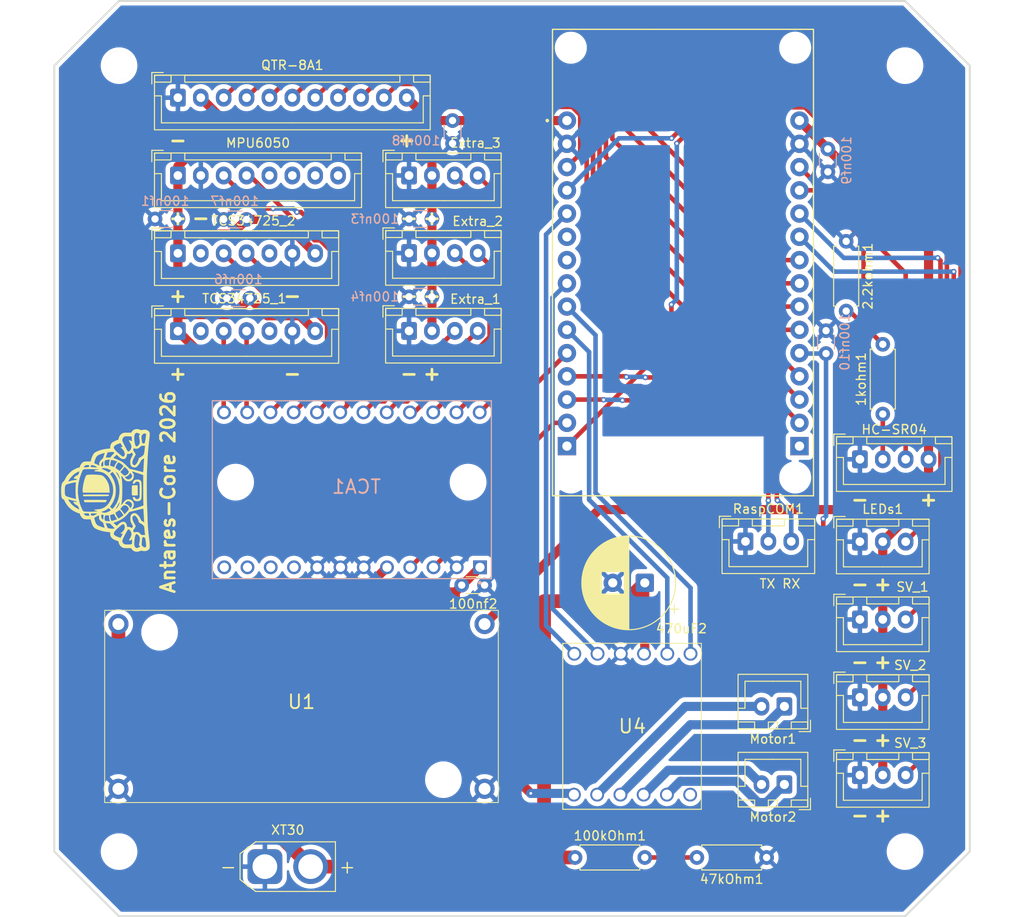
<source format=kicad_pcb>
(kicad_pcb (version 20241229) (generator "pcbnew") (generator_version "9.0")
  (layers (0 "F.Cu" signal) (2 "B.Cu" signal) (13 "F.Paste" user) (15 "B.Paste" user) (5 "F.SilkS" user "F.Silkscreen") (7 "B.SilkS" user "B.Silkscreen") (1 "F.Mask" user) (3 "B.Mask" user) (25 "Edge.Cuts" user))
  (net 0 "")
  (net 1 "/Echo5v")
  (net 2 "/Echo3.3v")
  (net 3 "GND")
  (net 4 "/BAT")
  (net 5 "/0+")
  (net 6 "/5V_LM")
  (net 7 "/Trig")
  (net 8 "/Motors/OUT1")
  (net 9 "/Motors/OUT2")
  (net 10 "/Motors/OUT4")
  (net 11 "/Motors/OUT3")
  (net 14 "/3.3v")
  (net 16 "/Multiplexers/SDA_IMU")
  (net 18 "/Multiplexers/SCL_IMU")
  (net 19 "/RX")
  (net 20 "/TX")
  (net 21 "/Multiplexers/SCL_S1")
  (net 23 "/SV_1")
  (net 24 "/SV_2")
  (net 26 "/IN4")
  (net 27 "/OUT2")
  (net 28 "/Multiplexers/SCL_S2")
  (net 29 "/IN3")
  (net 30 "/Multiplexers/SDA_S1")
  (net 32 "/OUT8")
  (net 33 "/Multiplexers/SDA_S2")
  (net 34 "/LED")
  (net 39 "/OUT1")
  (net 40 "/IN1")
  (net 41 "/IN2")
  (net 45 "/OUT4")
  (net 46 "/Multiplexers/SDA_5")
  (net 47 "/SDA")
  (net 48 "/OUT6")
  (net 49 "/Multiplexers/SCL_5")
  (net 50 "/Multiplexers/SCL_6")
  (net 51 "/OUT3")
  (net 52 "/Multiplexers/SDA_6")
  (net 55 "/OUT5")
  (net 56 "/OUT7")
  (net 57 "/Multiplexers/SCL_7")
  (net 58 "/Multiplexers/SDA_7")
  (net 59 "/SV_3")
  (net 60 "/SCL")
  (footprint "MountingHole:MountingHole_3.2mm_M3_ISO7380" (layer "F.Cu") (at 157.571068 53)
    (property "Reference" "REF**")
    (property "Value" "MountingHole_3.2mm_M3_ISO7380")
  )
  (footprint "Capacitor_THT:CP_Radial_D10.0mm_P3.50mm" (layer "F.Cu") (at 215 109.5 180)
    (property "Reference" "470uF2")
    (property "Value" "C_Polarized")
  )
  (footprint "Connector_JST:JST_XH_B2B-XH-A_1x02_P2.50mm_Vertical" (layer "F.Cu") (at 230.25 123 180)
    (property "Reference" "Motor1")
    (property "Value" "Conn_01x02_Socket")
  )
  (footprint "Connector_JST:JST_XH_B7B-XH-A_1x07_P2.50mm_Vertical" (layer "F.Cu") (at 164 82)
    (property "Reference" "TCS34725_1")
    (property "Value" "Conn_01x07_Socket")
  )
  (footprint "Connector_JST:JST_XH_B4B-XH-A_1x04_P2.50mm_Vertical" (layer "F.Cu") (at 189.25 81.975)
    (property "Reference" "Extra_1")
    (property "Value" "Conn_01x04_Socket")
  )
  (footprint "Connector_JST:JST_XH_B3B-XH-A_1x03_P2.50mm_Vertical" (layer "F.Cu") (at 238.5 113.5)
    (property "Reference" "SV_1")
    (property "Value" "Conn_01x03_Socket")
  )
  (footprint "Resistor_THT:R_Axial_DIN0207_L6.3mm_D2.5mm_P7.62mm_Horizontal" (layer "F.Cu") (at 228.31 139.5 180)
    (property "Reference" "47kOhm1")
    (property "Value" "R")
  )
  (footprint "MountingHole:MountingHole_3.2mm_M3_ISO7380" (layer "F.Cu") (at 243.428932 53)
    (property "Reference" "REF**")
    (property "Value" "MountingHole_3.2mm_M3_ISO7380")
  )
  (footprint "Connector_JST:JST_XH_B4B-XH-A_1x04_P2.50mm_Vertical" (layer "F.Cu") (at 189.25 73.475)
    (property "Reference" "Extra_2")
    (property "Value" "Conn_01x04_Socket")
  )
  (footprint "Connector_JST:JST_XH_B3B-XH-A_1x03_P2.50mm_Vertical" (layer "F.Cu") (at 226 104.975)
    (property "Reference" "RaspCOM1")
    (property "Value" "Conn_01x03_Socket")
  )
  (footprint "Connector_JST:JST_XH_B8B-XH-A_1x08_P2.50mm_Vertical" (layer "F.Cu") (at 164 65)
    (property "Reference" "MPU6050")
    (property "Value" "Conn_01x08_Socket")
  )
  (footprint "Footprints Personalizados:MODULE_ESP32_DEVKIT_V1" (layer "F.Cu") (at 219.2 74.515)
    (property "Reference" "U3" (hide yes))
    (property "Value" "ESP32-DEVKIT-V1")
  )
  (footprint "Connector_AMASS:AMASS_XT30U-M_1x02_P5.0mm_Vertical" (layer "F.Cu") (at 173.5 140.5)
    (property "Reference" "XT30")
    (property "Value" "Conn_01x02_Socket")
  )
  (footprint "Capacitor_THT:C_Disc_D3.0mm_W1.6mm_P2.50mm" (layer "F.Cu") (at 197.5 109.75 180)
    (property "Reference" "100nf2")
    (property "Value" "C")
  )
  (footprint "MountingHole:MountingHole_3.2mm_M3_ISO7380" (layer "F.Cu") (at 243.428932 138.857864)
    (property "Reference" "REF**")
    (property "Value" "MountingHole_3.2mm_M3_ISO7380")
  )
  (footprint "MountingHole:MountingHole_3.2mm_M3_ISO7380" (layer "F.Cu") (at 157.571068 138.857864)
    (property "Reference" "REF**")
    (property "Value" "MountingHole_3.2mm_M3_ISO7380")
  )
  (footprint "Footprints Personalizados:DRV8833" (layer "F.Cu") (at 213.07 123.835)
    (property "Reference" "U4")
    (property "Value" "DRV8833")
  )
  (footprint "Connector_JST:JST_XH_B4B-XH-A_1x04_P2.50mm_Vertical" (layer "F.Cu") (at 189.25 65)
    (property "Reference" "Extra_3")
    (property "Value" "Conn_01x04_Socket")
  )
  (footprint "Connector_JST:JST_XH_B7B-XH-A_1x07_P2.50mm_Vertical" (layer "F.Cu") (at 164 73.5)
    (property "Reference" "TCS34725_2")
    (property "Value" "Conn_01x07_Socket")
  )
  (footprint "Resistor_THT:R_Axial_DIN0207_L6.3mm_D2.5mm_P7.62mm_Horizontal" (layer "F.Cu") (at 207.38 139.5)
    (property "Reference" "100kOhm1")
    (property "Value" "R")
  )
  (footprint "Resistor_THT:R_Axial_DIN0207_L6.3mm_D2.5mm_P7.62mm_Horizontal" (layer "F.Cu") (at 241 91.06 90)
    (property "Reference" "1kohm1")
    (property "Value" "R")
  )
  (footprint "Resistor_THT:R_Axial_DIN0207_L6.3mm_D2.5mm_P7.62mm_Horizontal" (layer "F.Cu") (at 237 72.19 -90)
    (property "Reference" "2.2kohm1")
    (property "Value" "R")
  )
  (footprint "Footprints Personalizados:PCBIcon" (layer "F.Cu") (at 151.324593 99.499137 90)
    (property "Reference" "Astro")
    (property "Value" "LOGO" (hide yes))
  )
  (footprint "Connector_JST:JST_XH_B11B-XH-A_1x11_P2.50mm_Vertical" (layer "F.Cu") (at 164 56.5)
    (property "Reference" "QTR-8A1")
    (property "Value" "Conn_01x11_Socket")
  )
  (footprint "Connector_JST:JST_XH_B2B-XH-A_1x02_P2.50mm_Vertical" (layer "F.Cu") (at 230.25 131.525 180)
    (property "Reference" "Motor2")
    (property "Value" "Conn_01x02_Socket")
  )
  (footprint "Footprints Personalizados:Lm2596_ALT" (layer "F.Cu") (at 177.5 123)
    (property "Reference" "U1")
    (property "Value" "Lm2596 DC-DC Buck")
  )
  (footprint "Connector_JST:JST_XH_B3B-XH-A_1x03_P2.50mm_Vertical" (layer "F.Cu") (at 238.5 122)
    (property "Reference" "SV_2")
    (property "Value" "Conn_01x03_Socket")
  )
  (footprint "Connector_JST:JST_XH_B4B-XH-A_1x04_P2.50mm_Vertical" (layer "F.Cu") (at 238.5 96)
    (property "Reference" "HC-SR04")
    (property "Value" "Conn_01x04_Socket")
  )
  (footprint "Connector_JST:JST_XH_B3B-XH-A_1x03_P2.50mm_Vertical" (layer "F.Cu") (at 238.5 105)
    (property "Reference" "LEDs1")
    (property "Value" "Conn_01x03_Socket")
  )
  (footprint "Connector_JST:JST_XH_B3B-XH-A_1x03_P2.50mm_Vertical" (layer "F.Cu") (at 238.5 130.5)
    (property "Reference" "SV_3")
    (property "Value" "Conn_01x03_Socket")
  )
  (footprint "Capacitor_THT:C_Disc_D3.0mm_W1.6mm_P2.50mm" (layer "B.Cu") (at 194 59 -90)
    (property "Reference" "100nf8")
    (property "Value" "C")
  )
  (footprint "Capacitor_THT:C_Disc_D3.0mm_W1.6mm_P2.50mm" (layer "B.Cu") (at 191.75 78.25 180)
    (property "Reference" "100nf4")
    (property "Value" "C")
  )
  (footprint "Capacitor_THT:C_Disc_D3.0mm_W1.6mm_P2.50mm" (layer "B.Cu") (at 235 64.6 90)
    (property "Reference" "100nf9")
    (property "Value" "C")
  )
  (footprint "Capacitor_THT:C_Disc_D3.0mm_W1.6mm_P2.50mm" (layer "B.Cu") (at 234.8 84.45 90)
    (property "Reference" "100nf10")
    (property "Value" "C")
  )
  (footprint "Footprints Personalizados:TCA9548_ALT" (layer "B.Cu") (at 183 98.5 90)
    (property "Reference" "TCA1")
    (property "Value" "2717")
  )
  (footprint "Capacitor_THT:C_Disc_D3.0mm_W1.6mm_P2.50mm" (layer "B.Cu") (at 191.75 69.75 180)
    (property "Reference" "100nf3")
    (property "Value" "C")
  )
  (footprint "Capacitor_THT:C_Disc_D3.0mm_W1.6mm_P2.50mm" (layer "B.Cu") (at 164 69.75 180)
    (property "Reference" "100nf1")
    (property "Value" "C")
  )
  (footprint "Capacitor_THT:C_Disc_D3.0mm_W1.6mm_P2.50mm" (layer "B.Cu") (at 171.85 78.4 180)
    (property "Reference" "100nf6")
    (property "Value" "C")
  )
  (footprint "Capacitor_THT:C_Disc_D3.0mm_W1.6mm_P2.50mm" (layer "B.Cu") (at 169 69.8)
    (property "Reference" "100nf7")
    (property "Value" "C" (hide yes))
  )
  (gr_line (start 150.5 53) (end 150.5 138.857864) (stroke (width 0.2)) (layer "Edge.Cuts"))
  (gr_line (start 250.5 138.857864) (end 250.5 53) (stroke (width 0.2)) (layer "Edge.Cuts"))
  (gr_line (start 157.571068 145.928932) (end 243.428932 145.928932) (stroke (width 0.2)) (layer "Edge.Cuts"))
  (gr_line (start 243.428932 45.928932) (end 157.571068 45.928932) (stroke (width 0.2)) (layer "Edge.Cuts"))
  (gr_circle (center 243.428932 53) (end 244.928932 53) (stroke (width 0.2)) (fill no) (layer "Edge.Cuts"))
  (gr_line (start 150.5 138.857864) (end 157.571068 145.928932) (stroke (width 0.2)) (layer "Edge.Cuts"))
  (gr_line (start 243.428932 145.928932) (end 250.5 138.857864) (stroke (width 0.2)) (layer "Edge.Cuts"))
  (gr_line (start 250.5 53) (end 243.428932 45.928932) (stroke (width 0.2)) (layer "Edge.Cuts"))
  (gr_line (start 157.571068 45.928932) (end 150.5 53) (stroke (width 0.2)) (layer "Edge.Cuts"))
  (gr_circle (center 157.571068 53) (end 159.071068 53) (stroke (width 0.2)) (fill no) (layer "Edge.Cuts"))
  (gr_circle (center 157.571068 138.857864) (end 159.071068 138.857864) (stroke (width 0.2)) (fill no) (layer "Edge.Cuts"))
  (gr_circle (center 243.428932 138.857864) (end 244.928932 138.857864) (stroke (width 0.2)) (fill no) (layer "Edge.Cuts"))
  (gr_text "-" (at 238.5 119 0) (layer "F.SilkS") (effects (font (size 1.5 1.5) (thickness 0.3) (bold yes)) (justify bottom)))
  (gr_text "+" (at 191.75 70.5 0) (layer "F.SilkS") (effects (font (size 1.5 1.5) (thickness 0.3) (bold yes)) (justify bottom)))
  (gr_text "-" (at 176.5 79 0) (layer "F.SilkS") (effects (font (size 1.5 1.5) (thickness 0.3) (bold yes)) (justify bottom)))
  (gr_text "+" (at 246 101.25 0) (layer "F.SilkS") (effects (font (size 1.5 1.5) (thickness 0.3) (bold yes)) (justify bottom)))
  (gr_text "+" (at 191.75 87.5 0) (layer "F.SilkS") (effects (font (size 1.5 1.5) (thickness 0.3) (bold yes)) (justify bottom)))
  (gr_text "+" (at 164 70.5 0) (layer "F.SilkS") (effects (font (size 1.5 1.5) (thickness 0.3) (bold yes)) (justify bottom)))
  (gr_text "TX" (at 228.4 109.6 0) (layer "F.SilkS") (effects (font (size 1 1))))
  (gr_text "-" (at 189.25 79 0) (layer "F.SilkS") (effects (font (size 1.5 1.5) (thickness 0.3) (bold yes)) (justify bottom)))
  (gr_text "-" (at 238.5 110.5 0) (layer "F.SilkS") (effects (font (size 1.5 1.5) (thickness 0.3) (bold yes)) (justify bottom)))
  (gr_text "+" (at 191.75 79 0) (layer "F.SilkS") (effects (font (size 1.5 1.5) (thickness 0.3) (bold yes)) (justify bottom)))
  (gr_text "-" (at 166.5 70.5 0) (layer "F.SilkS") (effects (font (size 1.5 1.5) (thickness 0.3) (bold yes)) (justify bottom)))
  (gr_text "-" (at 189.25 87.5 0) (layer "F.SilkS") (effects (font (size 1.5 1.5) (thickness 0.3) (bold yes)) (justify bottom)))
  (gr_text "Antares-Core 2026" (at 163.8 110.8 90) (layer "F.SilkS") (effects (font (size 1.5 1.5) (thickness 0.3) (bold yes)) (justify left bottom)))
  (gr_text "+" (at 241 127.5 0) (layer "F.SilkS") (effects (font (size 1.5 1.5) (thickness 0.3) (bold yes)) (justify bottom)))
  (gr_text "-" (at 238.5 127.5 0) (layer "F.SilkS") (effects (font (size 1.5 1.5) (thickness 0.3) (bold yes)) (justify bottom)))
  (gr_text "+" (at 164 87.5 0) (layer "F.SilkS") (effects (font (size 1.5 1.5) (thickness 0.3) (bold yes)) (justify bottom)))
  (gr_text "-" (at 164 62 0) (layer "F.SilkS") (effects (font (size 1.5 1.5) (thickness 0.3) (bold yes)) (justify bottom)))
  (gr_text "+" (at 241 110.5 0) (layer "F.SilkS") (effects (font (size 1.5 1.5) (thickness 0.3) (bold yes)) (justify bottom)))
  (gr_text "-" (at 176.5 87.5 0) (layer "F.SilkS") (effects (font (size 1.5 1.5) (thickness 0.3) (bold yes)) (justify bottom)))
  (gr_text "-" (at 238.5 135.75 0) (layer "F.SilkS") (effects (font (size 1.5 1.5) (thickness 0.3) (bold yes)) (justify bottom)))
  (gr_text "-" (at 189.25 70.5 0) (layer "F.SilkS") (effects (font (size 1.5 1.5) (thickness 0.3) (bold yes)) (justify bottom)))
  (gr_text "+" (at 189 62 0) (layer "F.SilkS") (effects (font (size 1.5 1.5) (thickness 0.3) (bold yes)) (justify bottom)))
  (gr_text "+" (at 241 119 0) (layer "F.SilkS") (effects (font (size 1.5 1.5) (thickness 0.3) (bold yes)) (justify bottom)))
  (gr_text "-" (at 238.5 101.25 0) (layer "F.SilkS") (effects (font (size 1.5 1.5) (thickness 0.3) (bold yes)) (justify bottom)))
  (gr_text "RX" (at 231 109.6 0) (layer "F.SilkS") (effects (font (size 1 1))))
  (gr_text "+" (at 164 79 0) (layer "F.SilkS") (effects (font (size 1.5 1.5) (thickness 0.3) (bold yes)) (justify bottom)))
  (gr_text "+" (at 241 135.75 0) (layer "F.SilkS") (effects (font (size 1.5 1.5) (thickness 0.3) (bold yes)) (justify bottom)))
  (segment (start 241 91.81) (end 241 96) (width 0.5) (layer "F.Cu") (net 1))
  (segment (start 233.448636 66.62) (end 231.9 66.62) (width 0.5) (layer "F.Cu") (net 2))
  (segment (start 238.905 72.076364) (end 233.448636 66.62) (width 0.5) (layer "F.Cu") (net 2))
  (segment (start 238.905 81.345) (end 237.37 79.81) (width 0.5) (layer "F.Cu") (net 2))
  (segment (start 238.905 72.076364) (end 238.905 81.345) (width 0.5) (layer "F.Cu") (net 2))
  (segment (start 241 83.44) (end 238.905 81.345) (width 0.5) (layer "F.Cu") (net 2))
  (segment (start 237 80.19) (end 237 79.81) (width 0.5) (layer "F.Cu") (net 2))
  (segment (start 237.37 79.81) (end 237 79.81) (width 0.5) (layer "F.Cu") (net 2))
  (segment (start 218 139.5) (end 220.69 139.5) (width 0.5) (layer "F.Cu") (net 4))
  (segment (start 218 139) (end 221.5 135.5) (width 0.5) (layer "F.Cu") (net 4))
  (segment (start 231.5 135.5) (end 234.5 132.5) (width 0.5) (layer "F.Cu") (net 4))
  (segment (start 221.5 135.5) (end 231.5 135.5) (width 0.5) (layer "F.Cu") (net 4))
  (segment (start 234.5 132.5) (end 234.5 102.5) (width 0.5) (layer "F.Cu") (net 4))
  (segment (start 215 139.5) (end 218 139.5) (width 0.5) (layer "F.Cu") (net 4))
  (segment (start 218 139.5) (end 218 139) (width 0.5) (layer "F.Cu") (net 4))
  (via (at 234.5 102.5) (size 0.6) (drill 0.3) (layers "F.Cu" "B.Cu") (net 4))
  (segment (start 234.5 102.5) (end 234.8 102.2) (width 0.5) (layer "B.Cu") (net 4))
  (segment (start 234.8 84.45) (end 231.95 84.45) (width 0.5) (layer "B.Cu") (net 4))
  (segment (start 234.8 102.2) (end 234.8 84.45) (width 0.5) (layer "B.Cu") (net 4))
  (segment (start 231.95 84.45) (end 231.9 84.4) (width 0.5) (layer "B.Cu") (net 4))
  (segment (start 202 139.5) (end 207.38 139.5) (width 1.5) (layer "F.Cu") (net 5))
  (segment (start 204 137.5) (end 201 140.5) (width 1.5) (layer "F.Cu") (net 5))
  (segment (start 201 140.5) (end 202 139.5) (width 1.5) (layer "F.Cu") (net 5))
  (segment (start 204 111.5) (end 213 111.5) (width 1.5) (layer "F.Cu") (net 5))
  (segment (start 204 111.5) (end 204 137.5) (width 1.5) (layer "F.Cu") (net 5))
  (segment (start 157.5 119.5) (end 157.5 114) (width 1.5) (layer "F.Cu") (net 5))
  (segment (start 213 111.5) (end 215 109.5) (width 1.5) (layer "F.Cu") (net 5))
  (segment (start 214.92 109.58) (end 215 109.5) (width 1) (layer "F.Cu") (net 5))
  (segment (start 215 117.165) (end 214.92 117.245) (width 1) (layer "F.Cu") (net 5))
  (segment (start 215 109.5) (end 215 115) (width 1) (layer "F.Cu") (net 5))
  (segment (start 178.5 140.5) (end 201 140.5) (width 1.5) (layer "F.Cu") (net 5))
  (segment (start 178.5 140.5) (end 157.5 119.5) (width 1.5) (layer "F.Cu") (net 5))
  (segment (start 215 115) (end 215 117.165) (width 1) (layer "F.Cu") (net 5))
  (segment (start 246 100) (end 244.5 101.5) (width 1) (layer "F.Cu") (net 6))
  (segment (start 246 73.1) (end 231.9 59) (width 1) (layer "F.Cu") (net 6))
  (segment (start 246 96) (end 246 100) (width 1) (layer "F.Cu") (net 6))
  (segment (start 246 96) (end 246 73.1) (width 1) (layer "F.Cu") (net 6))
  (segment (start 241 105) (end 241 113.5) (width 1) (layer "F.Cu") (net 6))
  (segment (start 246 100) (end 241 105) (width 1) (layer "F.Cu") (net 6))
  (segment (start 241 113.5) (end 241 122) (width 1) (layer "F.Cu") (net 6))
  (segment (start 197.5 114) (end 210 101.5) (width 1) (layer "F.Cu") (net 6))
  (segment (start 241 122) (end 241 130.5) (width 1) (layer "F.Cu") (net 6))
  (segment (start 244.5 101.5) (end 210 101.5) (width 1) (layer "F.Cu") (net 6))
  (segment (start 243.5 75.68) (end 231.9 64.08) (width 0.5) (layer "F.Cu") (net 7))
  (segment (start 243.5 96) (end 243.5 75.68) (width 0.5) (layer "F.Cu") (net 7))
  (segment (start 209.8 132.635) (end 219.435 123) (width 1) (layer "B.Cu") (net 8))
  (segment (start 219.435 123) (end 227.75 123) (width 1) (layer "B.Cu") (net 8))
  (segment (start 228.25 125) (end 219.975 125) (width 1) (layer "B.Cu") (net 9))
  (segment (start 219.975 125) (end 212.34 132.635) (width 1) (layer "B.Cu") (net 9))
  (segment (start 230.25 123) (end 228.25 125) (width 1) (layer "B.Cu") (net 9))
  (segment (start 217.42 132.635) (end 218.875 131.18) (width 1) (layer "B.Cu") (net 10))
  (segment (start 225.061555 131.18) (end 227.381555 133.5) (width 1) (layer "B.Cu") (net 10))
  (segment (start 218.875 131.18) (end 225.061555 131.18) (width 1) (layer "B.Cu") (net 10))
  (segment (start 228.275 133.5) (end 230.25 131.525) (width 1) (layer "B.Cu") (net 10))
  (segment (start 227.381555 133.5) (end 228.275 133.5) (width 1) (layer "B.Cu") (net 10))
  (segment (start 226.204001 129.979001) (end 227.75 131.525) (width 1) (layer "B.Cu") (net 11))
  (segment (start 217.535999 129.979001) (end 226.204001 129.979001) (width 1) (layer "B.Cu") (net 11))
  (segment (start 214.88 132.635) (end 217.535999 129.979001) (width 1) (layer "B.Cu") (net 11))
  (segment (start 169 110.5) (end 184.14 110.5) (width 1) (layer "F.Cu") (net 14))
  (segment (start 171.5 69.8) (end 169.9 71.4) (width 1) (layer "F.Cu") (net 14))
  (segment (start 177.324 80.324) (end 173.774 80.324) (width 1) (layer "F.Cu") (net 14))
  (segment (start 194.3 110.5) (end 194.3 124.251) (width 1) (layer "F.Cu") (net 14))
  (segment (start 169 59) (end 166.5 56.5) (width 1) (layer "F.Cu") (net 14))
  (segment (start 164 64) (end 164 65) (width 1) (layer "F.Cu") (net 14))
  (segment (start 175.3 69.8) (end 179 73.5) (width 1) (layer "F.Cu") (net 14))
  (segment (start 206.5 59) (end 191.5 59) (width 1) (layer "F.Cu") (net 14))
  (segment (start 191.5 59) (end 189 56.5) (width 1) (layer "F.Cu") (net 14))
  (segment (start 164 72.5) (end 164 71) (width 1) (layer "F.Cu") (net 14))
  (segment (start 170.05 80.2) (end 164.2 80.2) (width 1) (layer "F.Cu") (net 14))
  (segment (start 166.5 84.5) (end 166.5 108) (width 1) (layer "F.Cu") (net 14))
  (segment (start 191 59) (end 169 59) (width 1) (layer "F.Cu") (net 14))
  (segment (start 194.3 110.5) (end 197 107.8) (width 1) (layer "F.Cu") (net 14))
  (segment (start 164 80.4) (end 164 73.5) (width 1) (layer "F.Cu") (net 14))
  (segment (start 179 82) (end 177.324 80.324) (width 1) (layer "F.Cu") (net 14))
  (segment (start 191.75 73.475) (end 191.75 65) (width 1) (layer "F.Cu") (net 14))
  (segment (start 171.85 78.4) (end 170.05 80.2) (width 1) (layer "F.Cu") (net 14))
  (segment (start 169 110.5) (end 166.5 108) (width 1) (layer "F.Cu") (net 14))
  (segment (start 191.75 59.75) (end 191 59) (width 1) (layer "F.Cu") (net 14))
  (segment (start 194.3 124.251) (end 202.549 132.5) (width 1) (layer "F.Cu") (net 14))
  (segment (start 184.14 110.5) (end 194.3 110.5) (width 1) (layer "F.Cu") (net 14))
  (segment (start 173.774 80.324) (end 171.85 78.4) (width 1) (layer "F.Cu") (net 14))
  (segment (start 169.9 71.4) (end 164.4 71.4) (width 1) (layer "F.Cu") (net 14))
  (segment (start 164 71) (end 164 65) (width 1) (layer "F.Cu") (net 14))
  (segment (start 191.5 59) (end 191 59) (width 1) (layer "F.Cu") (net 14))
  (segment (start 191.75 81.975) (end 191.75 73.475) (width 1) (layer "F.Cu") (net 14))
  (segment (start 164 82) (end 164 80.4) (width 1) (layer "F.Cu") (net 14))
  (segment (start 164 73.5) (end 164 72.5) (width 1) (layer "F.Cu") (net 14))
  (segment (start 191.75 65) (end 191.75 59.75) (width 1) (layer "F.Cu") (net 14))
  (segment (start 171.5 69.8) (end 175.3 69.8) (width 1) (layer "F.Cu") (net 14))
  (segment (start 164.2 80.2) (end 164 80.4) (width 1) (layer "F.Cu") (net 14))
  (segment (start 169 59) (end 164 64) (width 1) (layer "F.Cu") (net 14))
  (segment (start 164 82) (end 166.5 84.5) (width 1) (layer "F.Cu") (net 14))
  (segment (start 164.4 71.4) (end 164 71) (width 1) (layer "F.Cu") (net 14))
  (segment (start 184.14 110.5) (end 186.84 107.8) (width 1) (layer "F.Cu") (net 14))
  (segment (start 191.5 73.225) (end 191.75 73.475) (width 1) (layer "F.Cu") (net 14))
  (via (at 202.549 132.5) (size 0.6) (drill 0.3) (layers "F.Cu" "B.Cu") (net 14))
  (segment (start 207.125 132.5) (end 207.26 132.635) (width 1) (layer "B.Cu") (net 14))
  (segment (start 202.549 132.5) (end 207.125 132.5) (width 1) (layer "B.Cu") (net 14))
  (segment (start 181.703 88.367) (end 179.19 90.88) (width 0.5) (layer "F.Cu") (net 16))
  (segment (start 178.918918 72.074) (end 179.538892 72.074) (width 0.5) (layer "F.Cu") (net 16))
  (segment (start 171.5 65) (end 171.844918 65) (width 0.5) (layer "F.Cu") (net 16))
  (segment (start 179.538892 72.074) (end 181.703 74.238108) (width 0.5) (layer "F.Cu") (net 16))
  (segment (start 171.844918 65) (end 178.918918 72.074) (width 0.5) (layer "F.Cu") (net 16))
  (segment (start 181.703 74.238108) (end 181.703 88.367) (width 0.5) (layer "F.Cu") (net 16))
  (segment (start 181.73 90.88) (end 182.484 90.126) (width 0.5) (layer "F.Cu") (net 18))
  (segment (start 172.607872 68.607872) (end 174.392128 68.607872) (width 0.5) (layer "F.Cu") (net 18))
  (segment (start 177.456256 69) (end 177 69) (width 0.5) (layer "F.Cu") (net 18))
  (segment (start 182.484 90.126) (end 182.484 74.027744) (width 0.5) (layer "F.Cu") (net 18))
  (segment (start 169 65) (end 172.607872 68.607872) (width 0.5) (layer "F.Cu") (net 18))
  (segment (start 182.484 74.027744) (end 177.456256 69) (width 0.5) (layer "F.Cu") (net 18))
  (via (at 177 69) (size 0.6) (drill 0.3) (layers "F.Cu" "B.Cu") (net 18))
  (via (at 174.392128 68.607872) (size 0.6) (drill 0.3) (layers "F.Cu" "B.Cu") (net 18))
  (segment (start 174.392128 68.607872) (end 176.607872 68.607872) (width 0.5) (layer "B.Cu") (net 18))
  (segment (start 176.607872 68.607872) (end 177 69) (width 0.5) (layer "B.Cu") (net 18))
  (segment (start 224.060331 87.060331) (end 229.429 92.429) (width 0.5) (layer "F.Cu") (net 19))
  (segment (start 229.429 100.429) (end 229.5 100.5) (width 0.5) (layer "F.Cu") (net 19))
  (segment (start 212.94 86.94) (end 212.999669 86.999669) (width 0.5) (layer "F.Cu") (net 19))
  (segment (start 229.429 92.429) (end 229.429 100.429) (width 0.5) (layer "F.Cu") (net 19))
  (segment (start 206.5 86.94) (end 212.94 86.94) (width 0.5) (layer "F.Cu") (net 19))
  (segment (start 215.060331 87.060331) (end 224.060331 87.060331) (width 0.5) (layer "F.Cu") (net 19))
  (via (at 212.999669 86.999669) (size 0.6) (drill 0.3) (layers "F.Cu" "B.Cu") (net 19))
  (via (at 229.5 100.5) (size 0.6) (drill 0.3) (layers "F.Cu" "B.Cu") (net 19))
  (via (at 215.060331 87.060331) (size 0.6) (drill 0.3) (layers "F.Cu" "B.Cu") (net 19))
  (segment (start 231 102) (end 231 104.975) (width 0.5) (layer "B.Cu") (net 19))
  (segment (start 212.999669 86.999669) (end 214.999669 86.999669) (width 0.5) (layer "B.Cu") (net 19))
  (segment (start 214.999669 86.999669) (end 215.060331 87.060331) (width 0.5) (layer "B.Cu") (net 19))
  (segment (start 229.5 100.5) (end 231 102) (width 0.5) (layer "B.Cu") (net 19))
  (segment (start 228.5 93.665032) (end 228.5 100.5) (width 0.5) (layer "F.Cu") (net 20))
  (segment (start 224.395299 89.560331) (end 228.5 93.665032) (width 0.5) (layer "F.Cu") (net 20))
  (segment (start 206.5 89.48) (end 210.48 89.48) (width 0.5) (layer "F.Cu") (net 20))
  (segment (start 210.48 89.48) (end 210.499669 89.499669) (width 0.5) (layer "F.Cu") (net 20))
  (segment (start 212.560331 89.560331) (end 224.395299 89.560331) (width 0.5) (layer "F.Cu") (net 20))
  (via (at 228.5 100.5) (size 0.6) (drill 0.3) (layers "F.Cu" "B.Cu") (net 20))
  (via (at 212.560331 89.560331) (size 0.6) (drill 0.3) (layers "F.Cu" "B.Cu") (net 20))
  (via (at 210.499669 89.499669) (size 0.6) (drill 0.3) (layers "F.Cu" "B.Cu") (net 20))
  (segment (start 210.499669 89.499669) (end 212.499669 89.499669) (width 0.5) (layer "B.Cu") (net 20))
  (segment (start 228.5 100.5) (end 228.5 104.975) (width 0.5) (layer "B.Cu") (net 20))
  (segment (start 212.499669 89.499669) (end 212.560331 89.560331) (width 0.5) (layer "B.Cu") (net 20))
  (segment (start 171.5 82) (end 171.5 90.81) (width 0.5) (layer "F.Cu") (net 21))
  (segment (start 171.5 90.81) (end 171.57 90.88) (width 0.5) (layer "F.Cu") (net 21))
  (segment (start 248.002 73.049976) (end 232.501024 57.549) (width 0.5) (layer "F.Cu") (net 23))
  (segment (start 222.451 57.549) (end 218.5 61.5) (width 0.5) (layer "F.Cu") (net 23))
  (segment (start 243.5 113.5) (end 248.002 108.998) (width 0.5) (layer "F.Cu") (net 23))
  (segment (start 217.909669 79.090331) (end 217.909669 83.150331) (width 0.5) (layer "F.Cu") (net 23))
  (segment (start 217.909669 83.150331) (end 206.5 94.56) (width 0.5) (layer "F.Cu") (net 23))
  (segment (start 232.501024 57.549) (end 222.451 57.549) (width 0.5) (layer "F.Cu") (net 23))
  (segment (start 248.002 108.998) (end 248.002 73.049976) (width 0.5) (layer "F.Cu") (net 23))
  (via (at 217.909669 79.090331) (size 0.6) (drill 0.3) (layers "F.Cu" "B.Cu") (net 23))
  (via (at 218.5 61.5) (size 0.6) (drill 0.3) (layers "F.Cu" "B.Cu") (net 23))
  (segment (start 218.5 78.5) (end 217.909669 79.090331) (width 0.5) (layer "B.Cu") (net 23))
  (segment (start 218.5 61.5) (end 218.5 78.5) (width 0.5) (layer "B.Cu") (net 23))
  (segment (start 243.5 122) (end 248.752 116.748) (width 0.5) (layer "F.Cu") (net 24))
  (segment (start 248.752 116.748) (end 248.752 75.5) (width 0.5) (layer "F.Cu") (net 24))
  (via (at 248.752 75.5) (size 0.6) (drill 0.3) (layers "F.Cu" "B.Cu") (net 24))
  (segment (start 248.752 75.5) (end 235.7 75.5) (width 0.5) (layer "B.Cu") (net 24))
  (segment (start 235.7 75.5) (end 231.9 71.7) (width 0.5) (layer "B.Cu") (net 24))
  (segment (start 220 110.054968) (end 209.622 99.676968) (width 0.5) (layer "B.Cu") (net 26))
  (segment (start 220 117.245) (end 220 110.054968) (width 0.5) (layer "B.Cu") (net 26))
  (segment (start 209.622 82.442) (end 206.5 79.32) (width 0.5) (layer "B.Cu") (net 26))
  (segment (start 209.622 99.676968) (end 209.622 82.442) (width 0.5) (layer "B.Cu") (net 26))
  (segment (start 231.9 76.78) (end 229.78 76.78) (width 0.5) (layer "F.Cu") (net 27))
  (segment (start 177.206 50.794) (end 171.5 56.5) (width 0.5) (layer "F.Cu") (net 27))
  (segment (start 196.5 53.196) (end 194.098 50.794) (width 0.5) (layer "F.Cu") (net 27))
  (segment (start 194.098 50.794) (end 177.206 50.794) (width 0.5) (layer "F.Cu") (net 27))
  (segment (start 212.157 59.157) (end 212.157 56.656792) (width 0.5) (layer "F.Cu") (net 27))
  (segment (start 212.157 56.656792) (end 208.696208 53.196) (width 0.5) (layer "F.Cu") (net 27))
  (segment (start 208.696208 53.196) (end 196.5 53.196) (width 0.5) (layer "F.Cu") (net 27))
  (segment (start 229.78 76.78) (end 212.157 59.157) (width 0.5) (layer "F.Cu") (net 27))
  (segment (start 181.002 81.045744) (end 181.002 86.528) (width 0.5) (layer "F.Cu") (net 28))
  (segment (start 178.628256 78.628256) (end 178.628256 78.672) (width 0.5) (layer "F.Cu") (net 28))
  (segment (start 175.25 77.25) (end 177.25 77.25) (width 0.5) (layer "F.Cu") (net 28))
  (segment (start 177.25 77.25) (end 178.628256 78.628256) (width 0.5) (layer "F.Cu") (net 28))
  (segment (start 181.002 86.528) (end 176.65 90.88) (width 0.5) (layer "F.Cu") (net 28))
  (segment (start 178.628256 78.672) (end 181.002 81.045744) (width 0.5) (layer "F.Cu") (net 28))
  (segment (start 171.5 73.5) (end 175.25 77.25) (width 0.5) (layer "F.Cu") (net 28))
  (segment (start 208.921 100.421) (end 208.921 84.281) (width 0.5) (layer "B.Cu") (net 29))
  (segment (start 217.46 117.245) (end 217.46 108.96) (width 0.5) (layer "B.Cu") (net 29))
  (segment (start 217.46 108.96) (end 208.921 100.421) (width 0.5) (layer "B.Cu") (net 29))
  (segment (start 208.921 84.281) (end 206.5 81.86) (width 0.5) (layer "B.Cu") (net 29))
  (segment (start 169 90.85) (end 169.03 90.88) (width 0.5) (layer "F.Cu") (net 30))
  (segment (start 169 82) (end 169 90.85) (width 0.5) (layer "F.Cu") (net 30))
  (segment (start 207.951 58.398976) (end 207.951 62.629) (width 0.5) (layer "F.Cu") (net 32))
  (segment (start 186.5 56.5) (end 188 55) (width 0.5) (layer "F.Cu") (net 32))
  (segment (start 193 57.5) (end 207.052024 57.5) (width 0.5) (layer "F.Cu") (net 32))
  (segment (start 190.5 55) (end 193 57.5) (width 0.5) (layer "F.Cu") (net 32))
  (segment (start 188 55) (end 190.5 55) (width 0.5) (layer "F.Cu") (net 32))
  (segment (start 207.052024 57.5) (end 207.951 58.398976) (width 0.5) (layer "F.Cu") (net 32))
  (segment (start 207.951 62.629) (end 206.5 64.08) (width 0.5) (layer "F.Cu") (net 32))
  (segment (start 169 73.5) (end 173.5 78) (width 0.5) (layer "F.Cu") (net 33))
  (segment (start 173.5 78) (end 176.964892 78) (width 0.5) (layer "F.Cu") (net 33))
  (segment (start 180.301 81.336108) (end 180.301 84.689) (width 0.5) (layer "F.Cu") (net 33))
  (segment (start 176.964892 78) (end 180.301 81.336108) (width 0.5) (layer "F.Cu") (net 33))
  (segment (start 180.301 84.689) (end 174.11 90.88) (width 0.5) (layer "F.Cu") (net 33))
  (segment (start 243.5 105) (end 247.301 101.199) (width 0.5) (layer "F.Cu") (net 34))
  (segment (start 247.301 74.301) (end 247 74) (width 0.5) (layer "F.Cu") (net 34))
  (segment (start 247.301 101.199) (end 247.301 74.301) (width 0.5) (layer "F.Cu") (net 34))
  (via (at 247 74) (size 0.6) (drill 0.3) (layers "F.Cu" "B.Cu") (net 34))
  (segment (start 247 74) (end 236.74 74) (width 0.5) (layer "B.Cu") (net 34))
  (segment (start 236.74 74) (end 231.9 69.16) (width 0.5) (layer "B.Cu") (net 34))
  (segment (start 176.461 49.039) (end 207.748841 49.039) (width 0.5) (layer "F.Cu") (net 39))
  (segment (start 207.748841 49.039) (end 213.5 54.790159) (width 0.5) (layer "F.Cu") (net 39))
  (segment (start 213.5 54.790159) (end 213.5 58) (width 0.5) (layer "F.Cu") (net 39))
  (segment (start 231.9 74.24) (end 229.74 74.24) (width 0.5) (layer "F.Cu") (net 39))
  (segment (start 169 56.5) (end 176.461 49.039) (width 0.5) (layer "F.Cu") (net 39))
  (segment (start 229.74 74.24) (end 213.5 58) (width 0.5) (layer "F.Cu") (net 39))
  (segment (start 204.218 71.442) (end 206.5 69.16) (width 0.5) (layer "B.Cu") (net 40))
  (segment (start 207.3 117.245) (end 204.218 114.163) (width 0.5) (layer "B.Cu") (net 40))
  (segment (start 204.218 114.163) (end 204.218 71.442) (width 0.5) (layer "B.Cu") (net 40))
  (segment (start 209.84 117.245) (end 204.919 112.324) (width 0.5) (layer "B.Cu") (net 41))
  (segment (start 204.919 112.324) (end 204.919 78.361) (width 0.5) (layer "B.Cu") (net 41))
  (segment (start 204.919 78.361) (end 206.5 76.78) (width 0.5) (layer "B.Cu") (net 41))
  (segment (start 210.755 63) (end 210.755 57.23752) (width 0.5) (layer "F.Cu") (net 45))
  (segment (start 195 54.598) (end 192.598 52.196) (width 0.5) (layer "F.Cu") (net 45))
  (segment (start 231.9 81.86) (end 229.615 81.86) (width 0.5) (layer "F.Cu") (net 45))
  (segment (start 208.11548 54.598) (end 195 54.598) (width 0.5) (layer "F.Cu") (net 45))
  (segment (start 210.755 57.23752) (end 208.11548 54.598) (width 0.5) (layer "F.Cu") (net 45))
  (segment (start 192.598 52.196) (end 180.804 52.196) (width 0.5) (layer "F.Cu") (net 45))
  (segment (start 229.615 81.86) (end 210.755 63) (width 0.5) (layer "F.Cu") (net 45))
  (segment (start 180.804 52.196) (end 176.5 56.5) (width 0.5) (layer "F.Cu") (net 45))
  (segment (start 186.55 89.675) (end 194.25 81.975) (width 0.5) (layer "F.Cu") (net 46))
  (segment (start 184.27 90.88) (end 185.475 89.675) (width 0.5) (layer "F.Cu") (net 46))
  (segment (start 185.475 89.675) (end 186.55 89.675) (width 0.5) (layer "F.Cu") (net 46))
  (segment (start 197 104.201) (end 199.701 101.5) (width 0.5) (layer "F.Cu") (net 47))
  (segment (start 206.138 92.02) (end 206.5 92.02) (width 0.5) (layer "F.Cu") (net 47))
  (segment (start 199.701 97.404787) (end 199.701 101.5) (width 0.5) (layer "F.Cu") (net 47))
  (segment (start 197 104.201) (end 195.519 104.201) (width 0.5) (layer "F.Cu") (net 47))
  (segment (start 205.085787 92.02) (end 199.701 97.404787) (width 0.5) (layer "F.Cu") (net 47))
  (segment (start 206.5 92.02) (end 205.085787 92.02) (width 0.5) (layer "F.Cu") (net 47))
  (segment (start 195.519 104.201) (end 191.92 107.8) (width 0.5) (layer "F.Cu") (net 47))
  (segment (start 209.353 57.818248) (end 207.534752 56) (width 0.5) (layer "F.Cu") (net 48))
  (segment (start 207.534752 56) (end 194.098 56) (width 0.5) (layer "F.Cu") (net 48))
  (segment (start 194.098 56) (end 194 56.098) (width 0.5) (layer "F.Cu") (net 48))
  (segment (start 194 56.098) (end 191.5 53.598) (width 0.5) (layer "F.Cu") (net 48))
  (segment (start 191.5 53.598) (end 184.402 53.598) (width 0.5) (layer "F.Cu") (net 48))
  (segment (start 231.9 89.48) (end 209.353 66.933) (width 0.5) (layer "F.Cu") (net 48))
  (segment (start 209.353 66.933) (end 209.353 57.818248) (width 0.5) (layer "F.Cu") (net 48))
  (segment (start 184.402 53.598) (end 181.5 56.5) (width 0.5) (layer "F.Cu") (net 48))
  (segment (start 186.81 90.88) (end 188.015 89.675) (width 0.5) (layer "F.Cu") (net 49))
  (segment (start 189.05 89.675) (end 196.75 81.975) (width 0.5) (layer "F.Cu") (net 49))
  (segment (start 188.015 89.675) (end 189.05 89.675) (width 0.5) (layer "F.Cu") (net 49))
  (segment (start 198.752 75.477) (end 196.75 73.475) (width 0.5) (layer "F.Cu") (net 50))
  (segment (start 198.752 84.018) (end 198.752 75.477) (width 0.5) (layer "F.Cu") (net 50))
  (segment (start 191.89 90.88) (end 198.752 84.018) (width 0.5) (layer "F.Cu") (net 50))
  (segment (start 229.776 79.32) (end 211.456 61) (width 0.5) (layer "F.Cu") (net 51))
  (segment (start 211.456 56.947156) (end 208.405844 53.897) (width 0.5) (layer "F.Cu") (net 51))
  (segment (start 208.405844 53.897) (end 195.5 53.897) (width 0.5) (layer "F.Cu") (net 51))
  (segment (start 195.5 53.897) (end 193.098 51.495) (width 0.5) (layer "F.Cu") (net 51))
  (segment (start 211.456 61) (end 211.456 56.947156) (width 0.5) (layer "F.Cu") (net 51))
  (segment (start 193.098 51.495) (end 179.005 51.495) (width 0.5) (layer "F.Cu") (net 51))
  (segment (start 231.9 79.32) (end 229.776 79.32) (width 0.5) (layer "F.Cu") (net 51))
  (segment (start 179.005 51.495) (end 174 56.5) (width 0.5) (layer "F.Cu") (net 51))
  (segment (start 198.051 82.638892) (end 198.051 77.276) (width 0.5) (layer "F.Cu") (net 52))
  (segment (start 189.35 90.88) (end 189.809892 90.88) (width 0.5) (layer "F.Cu") (net 52))
  (segment (start 189.809892 90.88) (end 198.051 82.638892) (width 0.5) (layer "F.Cu") (net 52))
  (segment (start 198.051 77.276) (end 194.25 73.475) (width 0.5) (layer "F.Cu") (net 52))
  (segment (start 207.825116 55.299) (end 194.5 55.299) (width 0.5) (layer "F.Cu") (net 55))
  (segment (start 182.603 52.897) (end 179 56.5) (width 0.5) (layer "F.Cu") (net 55))
  (segment (start 210.054 65.094) (end 210.054 57.527884) (width 0.5) (layer "F.Cu") (net 55))
  (segment (start 231.9 86.94) (end 210.054 65.094) (width 0.5) (layer "F.Cu") (net 55))
  (segment (start 210.054 57.527884) (end 207.825116 55.299) (width 0.5) (layer "F.Cu") (net 55))
  (segment (start 194.5 55.299) (end 192.098 52.897) (width 0.5) (layer "F.Cu") (net 55))
  (segment (start 192.098 52.897) (end 182.603 52.897) (width 0.5) (layer "F.Cu") (net 55))
  (segment (start 186.201 54.299) (end 184 56.5) (width 0.5) (layer "F.Cu") (net 56))
  (segment (start 193.5 56.799) (end 191 54.299) (width 0.5) (layer "F.Cu") (net 56))
  (segment (start 208.652 68.772) (end 208.652 58.108612) (width 0.5) (layer "F.Cu") (net 56))
  (segment (start 208.652 58.108612) (end 207.342388 56.799) (width 0.5) (layer "F.Cu") (net 56))
  (segment (start 231.9 92.02) (end 208.652 68.772) (width 0.5) (layer "F.Cu") (net 56))
  (segment (start 207.342388 56.799) (end 193.5 56.799) (width 0.5) (layer "F.Cu") (net 56))
  (segment (start 191 54.299) (end 186.201 54.299) (width 0.5) (layer "F.Cu") (net 56))
  (segment (start 200.154 68.404) (end 196.75 65) (width 0.5) (layer "F.Cu") (net 57))
  (segment (start 196.97 90.88) (end 200.154 87.696) (width 0.5) (layer "F.Cu") (net 57))
  (segment (start 200.154 87.696) (end 200.154 68.404) (width 0.5) (layer "F.Cu") (net 57))
  (segment (start 199.453 70.203) (end 194.25 65) (width 0.5) (layer "F.Cu") (net 58))
  (segment (start 194.43 90.88) (end 199.453 85.857) (width 0.5) (layer "F.Cu") (net 58))
  (segment (start 199.453 85.857) (end 199.453 70.203) (width 0.5) (layer "F.Cu") (net 58))
  (segment (start 232.791388 56.848) (end 222.020626 56.848) (width 0.5) (layer "F.Cu") (net 59))
  (segment (start 249.503 124.497) (end 249.503 73.559612) (width 0.5) (layer "F.Cu") (net 59))
  (segment (start 243.5 130.5) (end 249.503 124.497) (width 0.5) (layer "F.Cu") (net 59))
  (segment (start 249.503 73.559612) (end 232.791388 56.848) (width 0.5) (layer "F.Cu") (net 59))
  (segment (start 222.020626 56.848) (end 217.934313 60.934313) (width 0.5) (layer "F.Cu") (net 59))
  (via (at 217.934313 60.934313) (size 0.6) (drill 0.3) (layers "F.Cu" "B.Cu") (net 59))
  (segment (start 217.934313 60.934313) (end 212.185687 60.934313) (width 0.5) (layer "B.Cu") (net 59))
  (segment (start 212.185687 60.934313) (end 206.5 66.62) (width 0.5) (layer "B.Cu") (net 59))
  (segment (start 193.68 103.5) (end 189.38 107.8) (width 0.5) (layer "F.Cu") (net 60))
  (segment (start 196 103.5) (end 193.68 103.5) (width 0.5) (layer "F.Cu") (net 60))
  (segment (start 196 103.5) (end 199 100.5) (width 0.5) (layer "F.Cu") (net 60))
  (segment (start 199 91.9) (end 199 100.5) (width 0.5) (layer "F.Cu") (net 60))
  (segment (start 206.5 84.4) (end 199 91.9) (width 0.5) (layer "F.Cu") (net 60))
  (zone (net 3) (net_name "GND") (layer "B.Cu") (connect_pads (clearance 0.5)) (min_thickness 0.25) (fill yes (thermal_gap 0.5) (thermal_bridge_width 0.5))
    (polygon (pts (xy 157.5 46) (xy 150.5 53) (xy 150.5 139) (xy 157.5 146) (xy 243.5 146) (xy 250.5 139) (xy 250.5 53) (xy 243.5 46)))
  )
)
</source>
